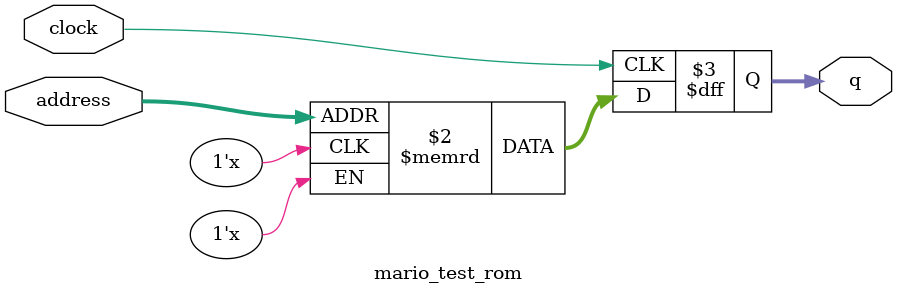
<source format=sv>
module mario_test_rom (
	input logic clock,
	input logic [17:0] address,
	output logic [7:0] q
);

logic [7:0] memory [0:138399] /* synthesis ram_init_file = "./mario_test/mario_test.COE" */;

always_ff @ (posedge clock) begin
	q <= memory[address];
end

endmodule

</source>
